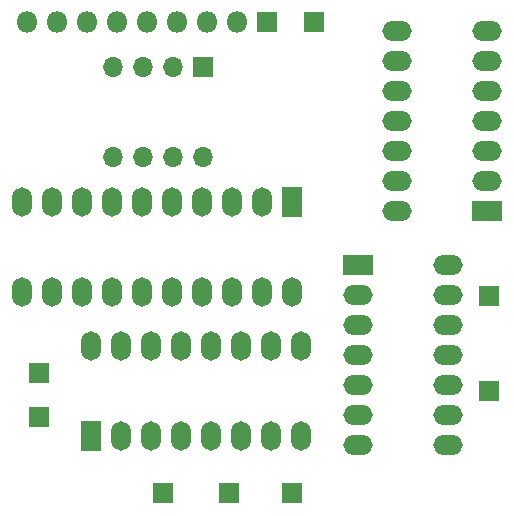
<source format=gbr>
%TF.GenerationSoftware,KiCad,Pcbnew,(5.1.6)-1*%
%TF.CreationDate,2020-10-26T14:55:52-07:00*%
%TF.ProjectId,DigitController2,44696769-7443-46f6-9e74-726f6c6c6572,rev?*%
%TF.SameCoordinates,Original*%
%TF.FileFunction,Soldermask,Bot*%
%TF.FilePolarity,Negative*%
%FSLAX46Y46*%
G04 Gerber Fmt 4.6, Leading zero omitted, Abs format (unit mm)*
G04 Created by KiCad (PCBNEW (5.1.6)-1) date 2020-10-26 14:55:52*
%MOMM*%
%LPD*%
G01*
G04 APERTURE LIST*
%ADD10O,1.700000X2.500000*%
%ADD11R,1.700000X2.500000*%
%ADD12R,1.700000X1.700000*%
%ADD13O,1.700000X1.700000*%
%ADD14O,2.500000X1.700000*%
%ADD15R,2.500000X1.700000*%
%ADD16R,1.800000X1.800000*%
%ADD17O,1.800000X1.800000*%
G04 APERTURE END LIST*
D10*
%TO.C,U3*%
X120904000Y-114808000D03*
X138684000Y-122428000D03*
X123444000Y-114808000D03*
X136144000Y-122428000D03*
X125984000Y-114808000D03*
X133604000Y-122428000D03*
X128524000Y-114808000D03*
X131064000Y-122428000D03*
X131064000Y-114808000D03*
X128524000Y-122428000D03*
X133604000Y-114808000D03*
X125984000Y-122428000D03*
X136144000Y-114808000D03*
X123444000Y-122428000D03*
X138684000Y-114808000D03*
D11*
X120904000Y-122428000D03*
%TD*%
D12*
%TO.C,SW1*%
X130322000Y-91190000D03*
D13*
X122702000Y-98810000D03*
X127782000Y-91190000D03*
X125242000Y-98810000D03*
X125242000Y-91190000D03*
X127782000Y-98810000D03*
X122702000Y-91190000D03*
X130322000Y-98810000D03*
%TD*%
D10*
%TO.C,U2*%
X137922000Y-110236000D03*
X115062000Y-102616000D03*
X135382000Y-110236000D03*
X117602000Y-102616000D03*
X132842000Y-110236000D03*
X120142000Y-102616000D03*
X130302000Y-110236000D03*
X122682000Y-102616000D03*
X127762000Y-110236000D03*
X125222000Y-102616000D03*
X125222000Y-110236000D03*
X127762000Y-102616000D03*
X122682000Y-110236000D03*
X130302000Y-102616000D03*
X120142000Y-110236000D03*
X132842000Y-102616000D03*
X117602000Y-110236000D03*
X135382000Y-102616000D03*
X115062000Y-110236000D03*
D11*
X137922000Y-102616000D03*
%TD*%
D14*
%TO.C,U1*%
X146812000Y-103378000D03*
X154432000Y-88138000D03*
X146812000Y-100838000D03*
X154432000Y-90678000D03*
X146812000Y-98298000D03*
X154432000Y-93218000D03*
X146812000Y-95758000D03*
X154432000Y-95758000D03*
X146812000Y-93218000D03*
X154432000Y-98298000D03*
X146812000Y-90678000D03*
X154432000Y-100838000D03*
X146812000Y-88138000D03*
D15*
X154432000Y-103378000D03*
%TD*%
D14*
%TO.C,IC1*%
X151130000Y-107950000D03*
X143510000Y-123190000D03*
X151130000Y-110490000D03*
X143510000Y-120650000D03*
X151130000Y-113030000D03*
X143510000Y-118110000D03*
X151130000Y-115570000D03*
X143510000Y-115570000D03*
X151130000Y-118110000D03*
X143510000Y-113030000D03*
X151130000Y-120650000D03*
X143510000Y-110490000D03*
X151130000Y-123190000D03*
D15*
X143510000Y-107950000D03*
%TD*%
D16*
%TO.C,J6*%
X132588000Y-127254000D03*
%TD*%
%TO.C,J1*%
X137922000Y-127254000D03*
%TD*%
%TO.C,J2*%
X127000000Y-127254000D03*
%TD*%
%TO.C,J3*%
X116500000Y-117100000D03*
%TD*%
%TO.C,J4*%
X135800000Y-87400000D03*
D17*
X133260000Y-87400000D03*
X130720000Y-87400000D03*
X128180000Y-87400000D03*
X125640000Y-87400000D03*
X123100000Y-87400000D03*
X120560000Y-87400000D03*
X118020000Y-87400000D03*
X115480000Y-87400000D03*
%TD*%
D16*
%TO.C,J5*%
X116500000Y-120800000D03*
%TD*%
%TO.C,J7*%
X154600000Y-118600000D03*
%TD*%
%TO.C,J8*%
X154600000Y-110600000D03*
%TD*%
%TO.C,J9*%
X139800000Y-87400000D03*
%TD*%
M02*

</source>
